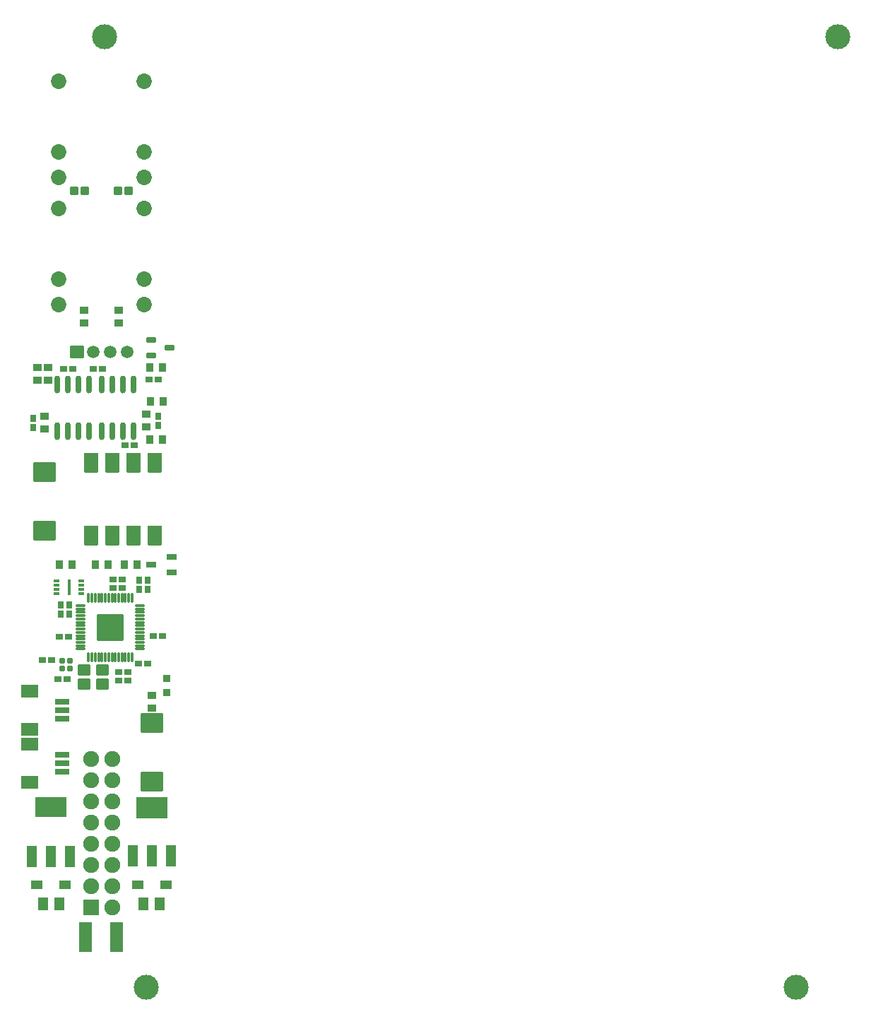
<source format=gts>
G04 Layer: TopSolderMaskLayer*
G04 EasyEDA v6.5.23, 2023-06-10 17:59:46*
G04 2a4cce0fd74440f1b02c58f019cbd83e,5a6b42c53f6a479593ecc07194224c93,10*
G04 Gerber Generator version 0.2*
G04 Scale: 100 percent, Rotated: No, Reflected: No *
G04 Dimensions in millimeters *
G04 leading zeros omitted , absolute positions ,4 integer and 5 decimal *
%FSLAX45Y45*%
%MOMM*%

%AMMACRO1*1,1,$1,$2,$3*1,1,$1,$4,$5*1,1,$1,0-$2,0-$3*1,1,$1,0-$4,0-$5*20,1,$1,$2,$3,$4,$5,0*20,1,$1,$4,$5,0-$2,0-$3,0*20,1,$1,0-$2,0-$3,0-$4,0-$5,0*20,1,$1,0-$4,0-$5,$2,$3,0*4,1,4,$2,$3,$4,$5,0-$2,0-$3,0-$4,0-$5,$2,$3,0*%
%ADD10MACRO1,0.1016X-0.7033X-1.7496X-0.7033X1.7496*%
%ADD11MACRO1,0.1016X0.7033X-1.7496X0.7033X1.7496*%
%ADD12MACRO1,0.1016X0.432X-0.4032X-0.432X-0.4032*%
%ADD13MACRO1,0.1016X0.432X0.4032X-0.432X0.4032*%
%ADD14MACRO1,0.1016X-0.395X-0.27X-0.395X0.27*%
%ADD15MACRO1,0.1016X0.395X-0.27X0.395X0.27*%
%ADD16O,0.68961X2.1466048*%
%ADD17MACRO1,0.1016X0.4366X0.4536X0.4366X-0.4536*%
%ADD18MACRO1,0.1016X-0.4366X0.4536X-0.4366X-0.4536*%
%ADD19MACRO1,0.1016X-0.4366X-0.4536X-0.4366X0.4536*%
%ADD20MACRO1,0.1016X0.4366X-0.4536X0.4366X0.4536*%
%ADD21MACRO1,0.1016X0.27X-0.395X-0.27X-0.395*%
%ADD22MACRO1,0.1016X0.27X0.395X-0.27X0.395*%
%ADD23MACRO1,0.1016X-0.27X0.395X0.27X0.395*%
%ADD24MACRO1,0.1016X-0.27X-0.395X0.27X-0.395*%
%ADD25MACRO1,0.1016X-0.4032X-0.432X-0.4032X0.432*%
%ADD26MACRO1,0.1016X0.4032X-0.432X0.4032X0.432*%
%ADD27MACRO1,0.1016X-0.432X0.4032X0.432X0.4032*%
%ADD28MACRO1,0.1016X-0.432X-0.4032X0.432X-0.4032*%
%ADD29MACRO1,0.1016X-0.5188X0.266X-0.5188X-0.266*%
%ADD30MACRO1,0.1016X0.395X0.27X0.395X-0.27*%
%ADD31MACRO1,0.1016X-0.395X0.27X-0.395X-0.27*%
%ADD32MACRO1,0.1016X1.296X-1.1038X-1.296X-1.1038*%
%ADD33MACRO1,0.1016X1.296X1.1038X-1.296X1.1038*%
%ADD34MACRO1,0.1016X-0.4X0.4X0.4X0.4*%
%ADD35MACRO1,0.1016X-0.5663X0.6885X-0.5663X-0.6885*%
%ADD36MACRO1,0.1016X0.5663X0.6885X0.5663X-0.6885*%
%ADD37MACRO1,0.1016X0.5663X-0.6885X0.5663X0.6885*%
%ADD38MACRO1,0.1016X-0.5663X-0.6885X-0.5663X0.6885*%
%ADD39MACRO1,0.1016X0.6X-0.475X-0.6X-0.475*%
%ADD40MACRO1,0.1016X0.775X0.3X0.775X-0.3*%
%ADD41MACRO1,0.1016X1X0.75X1X-0.75*%
%ADD42MACRO1,0.1016X-0.762X-1.143X-0.762X1.143*%
%ADD43MACRO1,0.1016X-0.535X0.3X0.535X0.3*%
%ADD44MACRO1,0.1016X0.55X1.25X0.55X-1.25*%
%ADD45MACRO1,0.1016X1.8X-1.17X-1.8X-1.17*%
%ADD46MACRO1,0.1016X-0.525X-1.2325X0.525X-1.2325*%
%ADD47MACRO1,0.1016X1.77X-1.2325X-1.77X-1.2325*%
%ADD48MACRO1,0.1016X0.275X-0.275X-0.275X-0.275*%
%ADD49MACRO1,0.1016X-0.3X0.14X0.3X0.14*%
%ADD50MACRO1,0.1016X0.15X-0.85X-0.15X-0.85*%
%ADD51MACRO1,0.1X-0.55X0.1X0.55X0.1*%
%ADD52MACRO1,0.1X-0.1X-0.55X-0.1X0.55*%
%ADD53MACRO1,0.1X0.55X-0.1X-0.55X-0.1*%
%ADD54MACRO1,0.1X0.1X0.55X0.1X-0.55*%
%ADD55MACRO1,0.1X-1.55X1.55X1.55X1.55*%
%ADD56MACRO1,0.1016X0.7X-0.6X0.7X0.6*%
%ADD57MACRO1,0.1016X-0.7X-0.6X-0.7X0.6*%
%ADD58MACRO1,0.1016X-0.7X0.6X-0.7X-0.6*%
%ADD59MACRO1,0.1016X0.7X0.6X0.7X-0.6*%
%ADD60C,1.8532*%
%ADD61C,1.5016*%
%ADD62MACRO1,0.1016X-0.762X0.7X0.762X0.7*%
%ADD63MACRO1,0.1016X0.9X-0.9X0.9X0.9*%
%ADD64C,1.9016*%
%ADD65C,3.0000*%
%ADD66C,0.0194*%

%LPD*%
D10*
G01*
X1188633Y1066800D03*
D11*
G01*
X817966Y1066800D03*
D12*
G01*
X1612900Y3961524D03*
D13*
G01*
X1612900Y3810875D03*
D14*
G01*
X664105Y7874000D03*
D15*
G01*
X555094Y7874000D03*
D16*
G01*
X1016000Y7126859D03*
G01*
X1143000Y7126859D03*
G01*
X1270000Y7126859D03*
G01*
X1397000Y7126859D03*
G01*
X1016000Y7681340D03*
G01*
X1143000Y7681340D03*
G01*
X1270000Y7681340D03*
G01*
X1397000Y7681340D03*
G01*
X482600Y7126859D03*
G01*
X609600Y7126859D03*
G01*
X736600Y7126859D03*
G01*
X863600Y7126859D03*
G01*
X482600Y7681340D03*
G01*
X609600Y7681340D03*
G01*
X736600Y7681340D03*
G01*
X863600Y7681340D03*
D17*
G01*
X1207843Y10007600D03*
D18*
G01*
X1332156Y10007600D03*
D19*
G01*
X811456Y10007600D03*
D20*
G01*
X687143Y10007600D03*
D21*
G01*
X190500Y7280805D03*
D22*
G01*
X190500Y7171794D03*
D23*
G01*
X1689100Y7197194D03*
D24*
G01*
X1689100Y7306205D03*
D12*
G01*
X1549400Y7327024D03*
D13*
G01*
X1549400Y7176375D03*
D25*
G01*
X659524Y5524500D03*
D26*
G01*
X508875Y5524500D03*
D27*
G01*
X330200Y7150975D03*
D28*
G01*
X330200Y7301624D03*
D25*
G01*
X1091324Y5524500D03*
D26*
G01*
X940675Y5524500D03*
D25*
G01*
X1434224Y5524500D03*
D26*
G01*
X1283575Y5524500D03*
D12*
G01*
X241300Y7885824D03*
D13*
G01*
X241300Y7735175D03*
D12*
G01*
X800100Y8571624D03*
D13*
G01*
X800100Y8420975D03*
D12*
G01*
X1219200Y8571624D03*
D13*
G01*
X1219200Y8420975D03*
D29*
G01*
X1604374Y8222999D03*
G01*
X1604374Y8033000D03*
G01*
X1824625Y8128000D03*
D25*
G01*
X1739024Y7886700D03*
D26*
G01*
X1588375Y7886700D03*
D12*
G01*
X368300Y7885824D03*
D13*
G01*
X368300Y7735175D03*
D25*
G01*
X1751724Y7480300D03*
D26*
G01*
X1601075Y7480300D03*
D25*
G01*
X1739024Y7023100D03*
D26*
G01*
X1588375Y7023100D03*
D30*
G01*
X1583794Y7747000D03*
D31*
G01*
X1692805Y7747000D03*
D14*
G01*
X1400705Y6959600D03*
D15*
G01*
X1291694Y6959600D03*
D14*
G01*
X1019705Y7874000D03*
D15*
G01*
X910694Y7874000D03*
D32*
G01*
X330200Y6637624D03*
D33*
G01*
X330200Y5935375D03*
D34*
G01*
X1790700Y3991610D03*
G01*
X1790700Y4161789D03*
D32*
G01*
X1612900Y3627724D03*
D33*
G01*
X1612900Y2925475D03*
D35*
G01*
X503026Y1460496D03*
D36*
G01*
X309773Y1460496D03*
D37*
G01*
X1516273Y1460503D03*
D38*
G01*
X1709526Y1460503D03*
D39*
G01*
X1442897Y1689100D03*
G01*
X1782902Y1689100D03*
G01*
X236397Y1689100D03*
G01*
X576402Y1689100D03*
D40*
G01*
X536651Y3249599D03*
G01*
X536651Y3149600D03*
G01*
X536651Y3049600D03*
D41*
G01*
X149151Y2919599D03*
G01*
X149151Y3379598D03*
D42*
G01*
X889000Y5874397D03*
G01*
X889000Y6749402D03*
G01*
X1143000Y6749402D03*
G01*
X1143000Y5874397D03*
G01*
X1397000Y5874397D03*
G01*
X1397000Y6749402D03*
G01*
X1651000Y6749402D03*
G01*
X1651000Y5874397D03*
D43*
G01*
X1850699Y5429504D03*
G01*
X1850699Y5619496D03*
G01*
X1603700Y5524500D03*
D44*
G01*
X176402Y2027106D03*
G01*
X406400Y2027106D03*
G01*
X636397Y2027106D03*
D45*
G01*
X406400Y2621102D03*
D46*
G01*
X1382900Y2038350D03*
G01*
X1612900Y2038350D03*
G01*
X1842899Y2038350D03*
D47*
G01*
X1612900Y2609850D03*
D40*
G01*
X536651Y3884599D03*
G01*
X536651Y3784600D03*
G01*
X536651Y3684600D03*
D41*
G01*
X149151Y3554599D03*
G01*
X149151Y4014598D03*
D48*
G01*
X631704Y4283174D03*
G01*
X631704Y4378190D03*
G01*
X536681Y4378195D03*
G01*
X536682Y4283174D03*
D14*
G01*
X410105Y4381500D03*
D15*
G01*
X301094Y4381500D03*
D14*
G01*
X613305Y4660900D03*
D15*
G01*
X504294Y4660900D03*
D21*
G01*
X520702Y5045600D03*
D22*
G01*
X520702Y4936589D03*
D21*
G01*
X622302Y5045600D03*
D22*
G01*
X622302Y4936589D03*
D49*
G01*
X773041Y5182796D03*
G01*
X773041Y5232808D03*
G01*
X773041Y5282796D03*
G01*
X773041Y5332808D03*
G01*
X471558Y5182796D03*
G01*
X471558Y5232808D03*
G01*
X471558Y5282796D03*
G01*
X471558Y5332808D03*
D50*
G01*
X622297Y5257800D03*
D30*
G01*
X1634594Y4673600D03*
D31*
G01*
X1743605Y4673600D03*
D30*
G01*
X1456794Y4343400D03*
D31*
G01*
X1565805Y4343400D03*
D14*
G01*
X1261005Y5346700D03*
D15*
G01*
X1151994Y5346700D03*
D51*
G01*
X762593Y5035204D03*
G01*
X762593Y4995199D03*
G01*
X762593Y4955194D03*
G01*
X762593Y4915189D03*
G01*
X762593Y4875209D03*
G01*
X762593Y4835204D03*
G01*
X762593Y4795199D03*
G01*
X762593Y4755194D03*
G01*
X762593Y4715189D03*
G01*
X762593Y4675210D03*
G01*
X762593Y4635205D03*
G01*
X762593Y4595200D03*
G01*
X762593Y4555195D03*
G01*
X762593Y4515190D03*
D52*
G01*
X857608Y4420201D03*
G01*
X897587Y4420201D03*
G01*
X937592Y4420201D03*
G01*
X977597Y4420201D03*
G01*
X1017602Y4420201D03*
G01*
X1057607Y4420201D03*
G01*
X1097587Y4420201D03*
G01*
X1137592Y4420201D03*
G01*
X1177597Y4420201D03*
G01*
X1217602Y4420201D03*
G01*
X1257607Y4420201D03*
G01*
X1297586Y4420201D03*
G01*
X1337591Y4420201D03*
G01*
X1377596Y4420201D03*
D53*
G01*
X1472610Y4515190D03*
G01*
X1472610Y4555195D03*
G01*
X1472610Y4595200D03*
G01*
X1472610Y4635205D03*
G01*
X1472610Y4675210D03*
G01*
X1472610Y4715189D03*
G01*
X1472610Y4755194D03*
G01*
X1472610Y4795199D03*
G01*
X1472610Y4835204D03*
G01*
X1472610Y4875209D03*
G01*
X1472610Y4915189D03*
G01*
X1472610Y4955194D03*
G01*
X1472610Y4995199D03*
G01*
X1472610Y5035204D03*
D54*
G01*
X1377596Y5130192D03*
G01*
X1337591Y5130192D03*
G01*
X1297586Y5130192D03*
G01*
X1257607Y5130192D03*
G01*
X1217602Y5130192D03*
G01*
X1177597Y5130192D03*
G01*
X1137592Y5130192D03*
G01*
X1097587Y5130192D03*
G01*
X1057607Y5130192D03*
G01*
X1017602Y5130192D03*
G01*
X977597Y5130192D03*
G01*
X937592Y5130192D03*
G01*
X897587Y5130192D03*
G01*
X857608Y5130192D03*
D55*
G01*
X1117597Y4775202D03*
D30*
G01*
X1215494Y4241800D03*
D31*
G01*
X1324505Y4241800D03*
D30*
G01*
X1215494Y4140200D03*
D31*
G01*
X1324505Y4140200D03*
D30*
G01*
X491596Y4152897D03*
D31*
G01*
X600608Y4152897D03*
D56*
G01*
X804402Y4093309D03*
D57*
G01*
X1024402Y4093309D03*
D58*
G01*
X1024402Y4263311D03*
D59*
G01*
X804402Y4263311D03*
D23*
G01*
X1562100Y5228694D03*
D24*
G01*
X1562100Y5337705D03*
D30*
G01*
X1151994Y5245100D03*
D31*
G01*
X1261005Y5245100D03*
D21*
G01*
X1460500Y5337705D03*
D22*
G01*
X1460500Y5228694D03*
D60*
G01*
X1524025Y11320399D03*
G01*
X1524025Y10470413D03*
G01*
X1524025Y10170388D03*
G01*
X495325Y11320399D03*
G01*
X495325Y10470413D03*
G01*
X495325Y10170388D03*
G01*
X1524025Y9796399D03*
G01*
X1524025Y8946413D03*
G01*
X1524025Y8646388D03*
G01*
X495325Y9796399D03*
G01*
X495325Y8946413D03*
G01*
X495325Y8646388D03*
D61*
G01*
X1315999Y8077200D03*
G01*
X1115999Y8077200D03*
G01*
X916000Y8077200D03*
D62*
G01*
X716000Y8077200D03*
D63*
G01*
X889000Y1422400D03*
D64*
G01*
X1143000Y1422400D03*
G01*
X889000Y1676400D03*
G01*
X1143000Y1676400D03*
G01*
X889000Y1930400D03*
G01*
X1143000Y1930400D03*
G01*
X889000Y2184400D03*
G01*
X1143000Y2184400D03*
G01*
X889000Y2438400D03*
G01*
X1143000Y2438400D03*
G01*
X889000Y2692400D03*
G01*
X1143000Y2692400D03*
G01*
X889000Y2946400D03*
G01*
X1143000Y2946400D03*
G01*
X889000Y3200400D03*
G01*
X1143000Y3200400D03*
D65*
G01*
X1050797Y11853499D03*
G01*
X9839299Y11853499D03*
G01*
X1550797Y465500D03*
G01*
X9339300Y465500D03*
M02*

</source>
